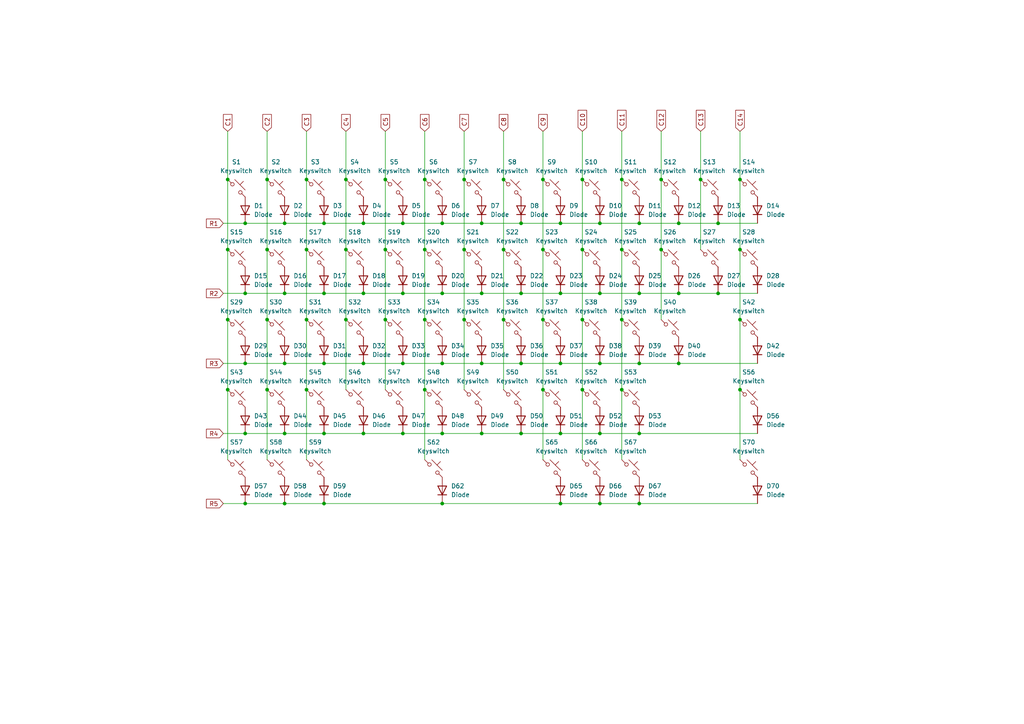
<source format=kicad_sch>
(kicad_sch (version 20250114) (generator "eeschema") (generator_version "9.0")
  (paper "A4")
  (lib_symbols
    (symbol "ScottoKeebs:Placeholder_Diode" (pin_numbers (hide yes)) (pin_names (hide yes))
      (property "Reference" "D" (at 0 2.54 0))
      (property "Value" "Diode" (at 0 -2.54 0))
      (symbol "Placeholder_Diode_1_1"
        (pin passive line (at -3.81 0 0) (length 2.54) (name "K") (number "1"))
        (pin passive line (at 3.81 0 180) (length 2.54) (name "A") (number "2"))
      )
    )
    (symbol "ScottoKeebs:Placeholder_Keyswitch" (pin_numbers (hide yes)) (pin_names (offset 1.016) (hide yes))
      (property "Reference" "S" (at 3.048 1.016 0))
      (property "Value" "Keyswitch" (at 0 -3.81 0))
      (symbol "Placeholder_Keyswitch_0_1"
        (pin passive line (at -2.54 2.54 0) (length 0) (name "1") (number "1"))
        (pin passive line (at 2.54 -2.54 180) (length 0) (name "2") (number "2"))
      )
    )
  )
  (junction (at 128.27 85.09))
  (junction (at 196.85 85.09))
  (junction (at 88.9 72.39))
  (junction (at 185.42 146.05))
  (junction (at 208.28 64.77))
  (junction (at 128.27 125.73))
  (junction (at 157.48 113.03))
  (junction (at 180.34 113.03))
  (junction (at 162.56 105.41))
  (junction (at 128.27 146.05))
  (junction (at 146.05 52.07))
  (junction (at 71.12 85.09))
  (junction (at 185.42 125.73))
  (junction (at 139.7 85.09))
  (junction (at 66.04 92.71))
  (junction (at 82.55 146.05))
  (junction (at 77.47 72.39))
  (junction (at 88.9 113.03))
  (junction (at 146.05 72.39))
  (junction (at 157.48 52.07))
  (junction (at 191.77 72.39))
  (junction (at 162.56 125.73))
  (junction (at 214.63 92.71))
  (junction (at 123.19 52.07))
  (junction (at 66.04 113.03))
  (junction (at 77.47 52.07))
  (junction (at 93.98 146.05))
  (junction (at 134.62 92.71))
  (junction (at 128.27 64.77))
  (junction (at 180.34 52.07))
  (junction (at 139.7 125.73))
  (junction (at 123.19 92.71))
  (junction (at 71.12 146.05))
  (junction (at 88.9 52.07))
  (junction (at 134.62 72.39))
  (junction (at 82.55 64.77))
  (junction (at 203.2 52.07))
  (junction (at 151.13 85.09))
  (junction (at 82.55 105.41))
  (junction (at 82.55 125.73))
  (junction (at 185.42 85.09))
  (junction (at 128.27 105.41))
  (junction (at 214.63 113.03))
  (junction (at 88.9 92.71))
  (junction (at 93.98 64.77))
  (junction (at 93.98 85.09))
  (junction (at 162.56 64.77))
  (junction (at 123.19 72.39))
  (junction (at 157.48 92.71))
  (junction (at 77.47 113.03))
  (junction (at 71.12 125.73))
  (junction (at 214.63 72.39))
  (junction (at 151.13 105.41))
  (junction (at 116.84 125.73))
  (junction (at 173.99 125.73))
  (junction (at 116.84 105.41))
  (junction (at 66.04 52.07))
  (junction (at 173.99 105.41))
  (junction (at 116.84 64.77))
  (junction (at 134.62 52.07))
  (junction (at 66.04 72.39))
  (junction (at 151.13 125.73))
  (junction (at 111.76 72.39))
  (junction (at 146.05 92.71))
  (junction (at 180.34 92.71))
  (junction (at 173.99 146.05))
  (junction (at 208.28 85.09))
  (junction (at 77.47 92.71))
  (junction (at 214.63 52.07))
  (junction (at 168.91 52.07))
  (junction (at 93.98 105.41))
  (junction (at 139.7 64.77))
  (junction (at 191.77 52.07))
  (junction (at 111.76 92.71))
  (junction (at 71.12 105.41))
  (junction (at 168.91 92.71))
  (junction (at 93.98 125.73))
  (junction (at 71.12 64.77))
  (junction (at 168.91 72.39))
  (junction (at 180.34 72.39))
  (junction (at 185.42 105.41))
  (junction (at 162.56 146.05))
  (junction (at 162.56 85.09))
  (junction (at 111.76 52.07))
  (junction (at 105.41 105.41))
  (junction (at 105.41 85.09))
  (junction (at 168.91 113.03))
  (junction (at 123.19 113.03))
  (junction (at 151.13 64.77))
  (junction (at 100.33 52.07))
  (junction (at 105.41 64.77))
  (junction (at 173.99 85.09))
  (junction (at 116.84 85.09))
  (junction (at 185.42 64.77))
  (junction (at 105.41 125.73))
  (junction (at 157.48 72.39))
  (junction (at 196.85 105.41))
  (junction (at 100.33 72.39))
  (junction (at 196.85 64.77))
  (junction (at 173.99 64.77))
  (junction (at 82.55 85.09))
  (junction (at 100.33 92.71))
  (junction (at 139.7 105.41))
  (wire (pts (xy 208.28 64.77) (xy 219.71 64.77)))
  (wire (pts (xy 82.55 85.09) (xy 93.98 85.09)))
  (wire (pts (xy 128.27 125.73) (xy 139.7 125.73)))
  (wire (pts (xy 71.12 105.41) (xy 82.55 105.41)))
  (wire (pts (xy 111.76 92.71) (xy 111.76 113.03)))
  (wire (pts (xy 116.84 64.77) (xy 128.27 64.77)))
  (wire (pts (xy 64.77 85.09) (xy 71.12 85.09)))
  (wire (pts (xy 168.91 38.1) (xy 168.91 52.07)))
  (wire (pts (xy 180.34 92.71) (xy 180.34 113.03)))
  (wire (pts (xy 208.28 85.09) (xy 219.71 85.09)))
  (wire (pts (xy 134.62 38.1) (xy 134.62 52.07)))
  (wire (pts (xy 168.91 52.07) (xy 168.91 72.39)))
  (wire (pts (xy 77.47 113.03) (xy 77.47 133.35)))
  (wire (pts (xy 203.2 52.07) (xy 203.2 72.39)))
  (wire (pts (xy 64.77 146.05) (xy 71.12 146.05)))
  (wire (pts (xy 185.42 64.77) (xy 196.85 64.77)))
  (wire (pts (xy 196.85 85.09) (xy 208.28 85.09)))
  (wire (pts (xy 77.47 72.39) (xy 77.47 92.71)))
  (wire (pts (xy 214.63 52.07) (xy 214.63 72.39)))
  (wire (pts (xy 151.13 105.41) (xy 162.56 105.41)))
  (wire (pts (xy 191.77 72.39) (xy 191.77 92.71)))
  (wire (pts (xy 214.63 92.71) (xy 214.63 113.03)))
  (wire (pts (xy 185.42 125.73) (xy 219.71 125.73)))
  (wire (pts (xy 191.77 38.1) (xy 191.77 52.07)))
  (wire (pts (xy 151.13 64.77) (xy 162.56 64.77)))
  (wire (pts (xy 88.9 113.03) (xy 88.9 133.35)))
  (wire (pts (xy 173.99 64.77) (xy 185.42 64.77)))
  (wire (pts (xy 77.47 38.1) (xy 77.47 52.07)))
  (wire (pts (xy 66.04 38.1) (xy 66.04 52.07)))
  (wire (pts (xy 134.62 92.71) (xy 134.62 113.03)))
  (wire (pts (xy 180.34 113.03) (xy 180.34 133.35)))
  (wire (pts (xy 66.04 92.71) (xy 66.04 113.03)))
  (wire (pts (xy 162.56 105.41) (xy 173.99 105.41)))
  (wire (pts (xy 100.33 72.39) (xy 100.33 92.71)))
  (wire (pts (xy 214.63 38.1) (xy 214.63 52.07)))
  (wire (pts (xy 66.04 72.39) (xy 66.04 92.71)))
  (wire (pts (xy 203.2 38.1) (xy 203.2 52.07)))
  (wire (pts (xy 82.55 125.73) (xy 93.98 125.73)))
  (wire (pts (xy 82.55 64.77) (xy 93.98 64.77)))
  (wire (pts (xy 123.19 52.07) (xy 123.19 72.39)))
  (wire (pts (xy 151.13 125.73) (xy 162.56 125.73)))
  (wire (pts (xy 146.05 38.1) (xy 146.05 52.07)))
  (wire (pts (xy 139.7 64.77) (xy 151.13 64.77)))
  (wire (pts (xy 162.56 85.09) (xy 173.99 85.09)))
  (wire (pts (xy 88.9 38.1) (xy 88.9 52.07)))
  (wire (pts (xy 123.19 72.39) (xy 123.19 92.71)))
  (wire (pts (xy 105.41 64.77) (xy 116.84 64.77)))
  (wire (pts (xy 168.91 92.71) (xy 168.91 113.03)))
  (wire (pts (xy 88.9 92.71) (xy 88.9 113.03)))
  (wire (pts (xy 105.41 125.73) (xy 116.84 125.73)))
  (wire (pts (xy 128.27 85.09) (xy 139.7 85.09)))
  (wire (pts (xy 111.76 72.39) (xy 111.76 92.71)))
  (wire (pts (xy 93.98 105.41) (xy 105.41 105.41)))
  (wire (pts (xy 146.05 72.39) (xy 146.05 92.71)))
  (wire (pts (xy 88.9 52.07) (xy 88.9 72.39)))
  (wire (pts (xy 157.48 113.03) (xy 157.48 133.35)))
  (wire (pts (xy 71.12 125.73) (xy 82.55 125.73)))
  (wire (pts (xy 71.12 64.77) (xy 82.55 64.77)))
  (wire (pts (xy 100.33 38.1) (xy 100.33 52.07)))
  (wire (pts (xy 82.55 146.05) (xy 93.98 146.05)))
  (wire (pts (xy 173.99 125.73) (xy 185.42 125.73)))
  (wire (pts (xy 111.76 38.1) (xy 111.76 52.07)))
  (wire (pts (xy 82.55 105.41) (xy 93.98 105.41)))
  (wire (pts (xy 116.84 125.73) (xy 128.27 125.73)))
  (wire (pts (xy 123.19 38.1) (xy 123.19 52.07)))
  (wire (pts (xy 139.7 85.09) (xy 151.13 85.09)))
  (wire (pts (xy 77.47 52.07) (xy 77.47 72.39)))
  (wire (pts (xy 157.48 38.1) (xy 157.48 52.07)))
  (wire (pts (xy 105.41 105.41) (xy 116.84 105.41)))
  (wire (pts (xy 139.7 105.41) (xy 151.13 105.41)))
  (wire (pts (xy 93.98 64.77) (xy 105.41 64.77)))
  (wire (pts (xy 173.99 105.41) (xy 185.42 105.41)))
  (wire (pts (xy 162.56 125.73) (xy 173.99 125.73)))
  (wire (pts (xy 185.42 105.41) (xy 196.85 105.41)))
  (wire (pts (xy 146.05 52.07) (xy 146.05 72.39)))
  (wire (pts (xy 180.34 52.07) (xy 180.34 72.39)))
  (wire (pts (xy 123.19 113.03) (xy 123.19 133.35)))
  (wire (pts (xy 173.99 85.09) (xy 185.42 85.09)))
  (wire (pts (xy 64.77 125.73) (xy 71.12 125.73)))
  (wire (pts (xy 93.98 125.73) (xy 105.41 125.73)))
  (wire (pts (xy 196.85 64.77) (xy 208.28 64.77)))
  (wire (pts (xy 185.42 146.05) (xy 219.71 146.05)))
  (wire (pts (xy 93.98 146.05) (xy 128.27 146.05)))
  (wire (pts (xy 196.85 105.41) (xy 219.71 105.41)))
  (wire (pts (xy 116.84 105.41) (xy 128.27 105.41)))
  (wire (pts (xy 157.48 92.71) (xy 157.48 113.03)))
  (wire (pts (xy 100.33 92.71) (xy 100.33 113.03)))
  (wire (pts (xy 134.62 52.07) (xy 134.62 72.39)))
  (wire (pts (xy 116.84 85.09) (xy 128.27 85.09)))
  (wire (pts (xy 157.48 52.07) (xy 157.48 72.39)))
  (wire (pts (xy 214.63 72.39) (xy 214.63 92.71)))
  (wire (pts (xy 105.41 85.09) (xy 116.84 85.09)))
  (wire (pts (xy 168.91 72.39) (xy 168.91 92.71)))
  (wire (pts (xy 191.77 52.07) (xy 191.77 72.39)))
  (wire (pts (xy 93.98 85.09) (xy 105.41 85.09)))
  (wire (pts (xy 64.77 105.41) (xy 71.12 105.41)))
  (wire (pts (xy 134.62 72.39) (xy 134.62 92.71)))
  (wire (pts (xy 128.27 105.41) (xy 139.7 105.41)))
  (wire (pts (xy 173.99 146.05) (xy 185.42 146.05)))
  (wire (pts (xy 162.56 146.05) (xy 173.99 146.05)))
  (wire (pts (xy 100.33 52.07) (xy 100.33 72.39)))
  (wire (pts (xy 64.77 64.77) (xy 71.12 64.77)))
  (wire (pts (xy 77.47 92.71) (xy 77.47 113.03)))
  (wire (pts (xy 146.05 92.71) (xy 146.05 113.03)))
  (wire (pts (xy 66.04 113.03) (xy 66.04 133.35)))
  (wire (pts (xy 180.34 38.1) (xy 180.34 52.07)))
  (wire (pts (xy 139.7 125.73) (xy 151.13 125.73)))
  (wire (pts (xy 88.9 72.39) (xy 88.9 92.71)))
  (wire (pts (xy 180.34 72.39) (xy 180.34 92.71)))
  (wire (pts (xy 66.04 52.07) (xy 66.04 72.39)))
  (wire (pts (xy 123.19 92.71) (xy 123.19 113.03)))
  (wire (pts (xy 128.27 146.05) (xy 162.56 146.05)))
  (wire (pts (xy 157.48 72.39) (xy 157.48 92.71)))
  (wire (pts (xy 128.27 64.77) (xy 139.7 64.77)))
  (wire (pts (xy 71.12 85.09) (xy 82.55 85.09)))
  (wire (pts (xy 168.91 113.03) (xy 168.91 133.35)))
  (wire (pts (xy 151.13 85.09) (xy 162.56 85.09)))
  (wire (pts (xy 214.63 113.03) (xy 214.63 133.35)))
  (wire (pts (xy 71.12 146.05) (xy 82.55 146.05)))
  (wire (pts (xy 111.76 52.07) (xy 111.76 72.39)))
  (wire (pts (xy 162.56 64.77) (xy 173.99 64.77)))
  (wire (pts (xy 185.42 85.09) (xy 196.85 85.09)))
  (global_label "R4" (shape input) (at 64.77 125.73 180) (property "Intersheetrefs" "${INTERSHEET_REFS}" (effects (hide yes))))
  (global_label "C1" (shape input) (at 66.04 38.1 90) (property "Intersheetrefs" "${INTERSHEET_REFS}" (effects (hide yes))))
  (global_label "C2" (shape input) (at 77.47 38.1 90) (property "Intersheetrefs" "${INTERSHEET_REFS}" (effects (hide yes))))
  (global_label "R2" (shape input) (at 64.77 85.09 180) (property "Intersheetrefs" "${INTERSHEET_REFS}" (effects (hide yes))))
  (global_label "C8" (shape input) (at 146.05 38.1 90) (property "Intersheetrefs" "${INTERSHEET_REFS}" (effects (hide yes))))
  (global_label "C4" (shape input) (at 100.33 38.1 90) (property "Intersheetrefs" "${INTERSHEET_REFS}" (effects (hide yes))))
  (global_label "R1" (shape input) (at 64.77 64.77 180) (property "Intersheetrefs" "${INTERSHEET_REFS}" (effects (hide yes))))
  (global_label "C13" (shape input) (at 203.2 38.1 90) (property "Intersheetrefs" "${INTERSHEET_REFS}" (effects (hide yes))))
  (global_label "C10" (shape input) (at 168.91 38.1 90) (property "Intersheetrefs" "${INTERSHEET_REFS}" (effects (hide yes))))
  (global_label "C12" (shape input) (at 191.77 38.1 90) (property "Intersheetrefs" "${INTERSHEET_REFS}" (effects (hide yes))))
  (global_label "C11" (shape input) (at 180.34 38.1 90) (property "Intersheetrefs" "${INTERSHEET_REFS}" (effects (hide yes))))
  (global_label "R3" (shape input) (at 64.77 105.41 180) (property "Intersheetrefs" "${INTERSHEET_REFS}" (effects (hide yes))))
  (global_label "C6" (shape input) (at 123.19 38.1 90) (property "Intersheetrefs" "${INTERSHEET_REFS}" (effects (hide yes))))
  (global_label "C5" (shape input) (at 111.76 38.1 90) (property "Intersheetrefs" "${INTERSHEET_REFS}" (effects (hide yes))))
  (global_label "C3" (shape input) (at 88.9 38.1 90) (property "Intersheetrefs" "${INTERSHEET_REFS}" (effects (hide yes))))
  (global_label "C14" (shape input) (at 214.63 38.1 90) (property "Intersheetrefs" "${INTERSHEET_REFS}" (effects (hide yes))))
  (global_label "C7" (shape input) (at 134.62 38.1 90) (property "Intersheetrefs" "${INTERSHEET_REFS}" (effects (hide yes))))
  (global_label "R5" (shape input) (at 64.77 146.05 180) (property "Intersheetrefs" "${INTERSHEET_REFS}" (effects (hide yes))))
  (global_label "C9" (shape input) (at 157.48 38.1 90) (property "Intersheetrefs" "${INTERSHEET_REFS}" (effects (hide yes))))
  (symbol (lib_id "ScottoKeebs:Placeholder_Diode") (at 173.99 121.92 90) (unit 1)
    (property "Reference" "D52" (at 176.53 120.6499 90) (effects (justify right)))
    (property "Value" "Diode" (at 176.53 123.1899 90) (effects (justify right)))
    (property "Footprint" "ScottoKeebs_Components:Diode_SOD-123" (effects (hide yes)))
    (property "Description" "1N4148 (DO-35) or 1N4148W (SOD-123)" (effects (hide yes)))
    (property "Sim.Device" "D" (effects (hide yes)))
    (property "Sim.Pins" "1=K 2=A" (effects (hide yes)))
  )
  (symbol (lib_id "ScottoKeebs:Placeholder_Diode") (at 151.13 81.28 90) (unit 1)
    (property "Reference" "D22" (at 153.67 80.0099 90) (effects (justify right)))
    (property "Value" "Diode" (at 153.67 82.5499 90) (effects (justify right)))
    (property "Footprint" "ScottoKeebs_Components:Diode_SOD-123" (effects (hide yes)))
    (property "Description" "1N4148 (DO-35) or 1N4148W (SOD-123)" (effects (hide yes)))
    (property "Sim.Device" "D" (effects (hide yes)))
    (property "Sim.Pins" "1=K 2=A" (effects (hide yes)))
  )
  (symbol (lib_id "ScottoKeebs:Placeholder_Diode") (at 173.99 81.28 90) (unit 1)
    (property "Reference" "D24" (at 176.53 80.0099 90) (effects (justify right)))
    (property "Value" "Diode" (at 176.53 82.5499 90) (effects (justify right)))
    (property "Footprint" "ScottoKeebs_Components:Diode_SOD-123" (effects (hide yes)))
    (property "Description" "1N4148 (DO-35) or 1N4148W (SOD-123)" (effects (hide yes)))
    (property "Sim.Device" "D" (effects (hide yes)))
    (property "Sim.Pins" "1=K 2=A" (effects (hide yes)))
  )
  (symbol (lib_id "ScottoKeebs:Placeholder_Diode") (at 93.98 142.24 90) (unit 1)
    (property "Reference" "D59" (at 96.52 140.9699 90) (effects (justify right)))
    (property "Value" "Diode" (at 96.52 143.5099 90) (effects (justify right)))
    (property "Footprint" "ScottoKeebs_Components:Diode_SOD-123" (effects (hide yes)))
    (property "Description" "1N4148 (DO-35) or 1N4148W (SOD-123)" (effects (hide yes)))
    (property "Sim.Device" "D" (effects (hide yes)))
    (property "Sim.Pins" "1=K 2=A" (effects (hide yes)))
  )
  (symbol (lib_id "ScottoKeebs:Placeholder_Diode") (at 162.56 121.92 90) (unit 1)
    (property "Reference" "D51" (at 165.1 120.6499 90) (effects (justify right)))
    (property "Value" "Diode" (at 165.1 123.1899 90) (effects (justify right)))
    (property "Footprint" "ScottoKeebs_Components:Diode_SOD-123" (effects (hide yes)))
    (property "Description" "1N4148 (DO-35) or 1N4148W (SOD-123)" (effects (hide yes)))
    (property "Sim.Device" "D" (effects (hide yes)))
    (property "Sim.Pins" "1=K 2=A" (effects (hide yes)))
  )
  (symbol (lib_id "ScottoKeebs:Placeholder_Diode") (at 151.13 60.96 90) (unit 1)
    (property "Reference" "D8" (at 153.67 59.6899 90) (effects (justify right)))
    (property "Value" "Diode" (at 153.67 62.2299 90) (effects (justify right)))
    (property "Footprint" "ScottoKeebs_Components:Diode_SOD-123" (effects (hide yes)))
    (property "Description" "1N4148 (DO-35) or 1N4148W (SOD-123)" (effects (hide yes)))
    (property "Sim.Device" "D" (effects (hide yes)))
    (property "Sim.Pins" "1=K 2=A" (effects (hide yes)))
  )
  (symbol (lib_id "ScottoKeebs:Placeholder_Diode") (at 185.42 121.92 90) (unit 1)
    (property "Reference" "D53" (at 187.96 120.6499 90) (effects (justify right)))
    (property "Value" "Diode" (at 187.96 123.1899 90) (effects (justify right)))
    (property "Footprint" "ScottoKeebs_Components:Diode_SOD-123" (effects (hide yes)))
    (property "Description" "1N4148 (DO-35) or 1N4148W (SOD-123)" (effects (hide yes)))
    (property "Sim.Device" "D" (effects (hide yes)))
    (property "Sim.Pins" "1=K 2=A" (effects (hide yes)))
  )
  (symbol (lib_id "ScottoKeebs:Placeholder_Keyswitch") (at 80.01 135.89 0) (unit 1)
    (property "Reference" "S58" (at 80.01 128.27 0))
    (property "Value" "Keyswitch" (at 80.01 130.81 0))
    (property "Footprint" "ScottoKeebs_MX:MX_PCB_1.25u" (effects (hide yes)))
    (property "Description" "Push button switch, normally open, two pins, 45° tilted" (effects (hide yes)))
  )
  (symbol (lib_id "ScottoKeebs:Placeholder_Keyswitch") (at 171.45 135.89 0) (unit 1)
    (property "Reference" "S66" (at 171.45 128.27 0))
    (property "Value" "Keyswitch" (at 171.45 130.81 0))
    (property "Footprint" "ScottoKeebs_MX:MX_PCB_1.25u" (effects (hide yes)))
    (property "Description" "Push button switch, normally open, two pins, 45° tilted" (effects (hide yes)))
  )
  (symbol (lib_id "ScottoKeebs:Placeholder_Keyswitch") (at 194.31 54.61 0) (unit 1)
    (property "Reference" "S12" (at 194.31 46.99 0))
    (property "Value" "Keyswitch" (at 194.31 49.53 0))
    (property "Footprint" "ScottoKeebs_MX:MX_PCB_1.00u" (effects (hide yes)))
    (property "Description" "Push button switch, normally open, two pins, 45° tilted" (effects (hide yes)))
  )
  (symbol (lib_id "ScottoKeebs:Placeholder_Keyswitch") (at 160.02 54.61 0) (unit 1)
    (property "Reference" "S9" (at 160.02 46.99 0))
    (property "Value" "Keyswitch" (at 160.02 49.53 0))
    (property "Footprint" "ScottoKeebs_MX:MX_PCB_1.00u" (effects (hide yes)))
    (property "Description" "Push button switch, normally open, two pins, 45° tilted" (effects (hide yes)))
  )
  (symbol (lib_id "ScottoKeebs:Placeholder_Keyswitch") (at 205.74 74.93 0) (unit 1)
    (property "Reference" "S27" (at 205.74 67.31 0))
    (property "Value" "Keyswitch" (at 205.74 69.85 0))
    (property "Footprint" "ScottoKeebs_MX:MX_PCB_1.00u" (effects (hide yes)))
    (property "Description" "Push button switch, normally open, two pins, 45° tilted" (effects (hide yes)))
  )
  (symbol (lib_id "ScottoKeebs:Placeholder_Diode") (at 128.27 101.6 90) (unit 1)
    (property "Reference" "D34" (at 130.81 100.3299 90) (effects (justify right)))
    (property "Value" "Diode" (at 130.81 102.8699 90) (effects (justify right)))
    (property "Footprint" "ScottoKeebs_Components:Diode_SOD-123" (effects (hide yes)))
    (property "Description" "1N4148 (DO-35) or 1N4148W (SOD-123)" (effects (hide yes)))
    (property "Sim.Device" "D" (effects (hide yes)))
    (property "Sim.Pins" "1=K 2=A" (effects (hide yes)))
  )
  (symbol (lib_id "ScottoKeebs:Placeholder_Diode") (at 139.7 121.92 90) (unit 1)
    (property "Reference" "D49" (at 142.24 120.6499 90) (effects (justify right)))
    (property "Value" "Diode" (at 142.24 123.1899 90) (effects (justify right)))
    (property "Footprint" "ScottoKeebs_Components:Diode_SOD-123" (effects (hide yes)))
    (property "Description" "1N4148 (DO-35) or 1N4148W (SOD-123)" (effects (hide yes)))
    (property "Sim.Device" "D" (effects (hide yes)))
    (property "Sim.Pins" "1=K 2=A" (effects (hide yes)))
  )
  (symbol (lib_id "ScottoKeebs:Placeholder_Keyswitch") (at 148.59 54.61 0) (unit 1)
    (property "Reference" "S8" (at 148.59 46.99 0))
    (property "Value" "Keyswitch" (at 148.59 49.53 0))
    (property "Footprint" "ScottoKeebs_MX:MX_PCB_1.00u" (effects (hide yes)))
    (property "Description" "Push button switch, normally open, two pins, 45° tilted" (effects (hide yes)))
  )
  (symbol (lib_id "ScottoKeebs:Placeholder_Keyswitch") (at 91.44 135.89 0) (unit 1)
    (property "Reference" "S59" (at 91.44 128.27 0))
    (property "Value" "Keyswitch" (at 91.44 130.81 0))
    (property "Footprint" "ScottoKeebs_MX:MX_PCB_1.25u" (effects (hide yes)))
    (property "Description" "Push button switch, normally open, two pins, 45° tilted" (effects (hide yes)))
  )
  (symbol (lib_id "ScottoKeebs:Placeholder_Diode") (at 196.85 60.96 90) (unit 1)
    (property "Reference" "D12" (at 199.39 59.6899 90) (effects (justify right)))
    (property "Value" "Diode" (at 199.39 62.2299 90) (effects (justify right)))
    (property "Footprint" "ScottoKeebs_Components:Diode_SOD-123" (effects (hide yes)))
    (property "Description" "1N4148 (DO-35) or 1N4148W (SOD-123)" (effects (hide yes)))
    (property "Sim.Device" "D" (effects (hide yes)))
    (property "Sim.Pins" "1=K 2=A" (effects (hide yes)))
  )
  (symbol (lib_id "ScottoKeebs:Placeholder_Keyswitch") (at 171.45 115.57 0) (unit 1)
    (property "Reference" "S52" (at 171.45 107.95 0))
    (property "Value" "Keyswitch" (at 171.45 110.49 0))
    (property "Footprint" "ScottoKeebs_MX:MX_PCB_1.00u" (effects (hide yes)))
    (property "Description" "Push button switch, normally open, two pins, 45° tilted" (effects (hide yes)))
  )
  (symbol (lib_id "ScottoKeebs:Placeholder_Diode") (at 105.41 81.28 90) (unit 1)
    (property "Reference" "D18" (at 107.95 80.0099 90) (effects (justify right)))
    (property "Value" "Diode" (at 107.95 82.5499 90) (effects (justify right)))
    (property "Footprint" "ScottoKeebs_Components:Diode_SOD-123" (effects (hide yes)))
    (property "Description" "1N4148 (DO-35) or 1N4148W (SOD-123)" (effects (hide yes)))
    (property "Sim.Device" "D" (effects (hide yes)))
    (property "Sim.Pins" "1=K 2=A" (effects (hide yes)))
  )
  (symbol (lib_id "ScottoKeebs:Placeholder_Diode") (at 139.7 81.28 90) (unit 1)
    (property "Reference" "D21" (at 142.24 80.0099 90) (effects (justify right)))
    (property "Value" "Diode" (at 142.24 82.5499 90) (effects (justify right)))
    (property "Footprint" "ScottoKeebs_Components:Diode_SOD-123" (effects (hide yes)))
    (property "Description" "1N4148 (DO-35) or 1N4148W (SOD-123)" (effects (hide yes)))
    (property "Sim.Device" "D" (effects (hide yes)))
    (property "Sim.Pins" "1=K 2=A" (effects (hide yes)))
  )
  (symbol (lib_id "ScottoKeebs:Placeholder_Diode") (at 162.56 142.24 90) (unit 1)
    (property "Reference" "D65" (at 165.1 140.9699 90) (effects (justify right)))
    (property "Value" "Diode" (at 165.1 143.5099 90) (effects (justify right)))
    (property "Footprint" "ScottoKeebs_Components:Diode_SOD-123" (effects (hide yes)))
    (property "Description" "1N4148 (DO-35) or 1N4148W (SOD-123)" (effects (hide yes)))
    (property "Sim.Device" "D" (effects (hide yes)))
    (property "Sim.Pins" "1=K 2=A" (effects (hide yes)))
  )
  (symbol (lib_id "ScottoKeebs:Placeholder_Keyswitch") (at 125.73 74.93 0) (unit 1)
    (property "Reference" "S20" (at 125.73 67.31 0))
    (property "Value" "Keyswitch" (at 125.73 69.85 0))
    (property "Footprint" "ScottoKeebs_MX:MX_PCB_1.00u" (effects (hide yes)))
    (property "Description" "Push button switch, normally open, two pins, 45° tilted" (effects (hide yes)))
  )
  (symbol (lib_id "ScottoKeebs:Placeholder_Diode") (at 185.42 81.28 90) (unit 1)
    (property "Reference" "D25" (at 187.96 80.0099 90) (effects (justify right)))
    (property "Value" "Diode" (at 187.96 82.5499 90) (effects (justify right)))
    (property "Footprint" "ScottoKeebs_Components:Diode_SOD-123" (effects (hide yes)))
    (property "Description" "1N4148 (DO-35) or 1N4148W (SOD-123)" (effects (hide yes)))
    (property "Sim.Device" "D" (effects (hide yes)))
    (property "Sim.Pins" "1=K 2=A" (effects (hide yes)))
  )
  (symbol (lib_id "ScottoKeebs:Placeholder_Keyswitch") (at 114.3 74.93 0) (unit 1)
    (property "Reference" "S19" (at 114.3 67.31 0))
    (property "Value" "Keyswitch" (at 114.3 69.85 0))
    (property "Footprint" "ScottoKeebs_MX:MX_PCB_1.00u" (effects (hide yes)))
    (property "Description" "Push button switch, normally open, two pins, 45° tilted" (effects (hide yes)))
  )
  (symbol (lib_id "ScottoKeebs:Placeholder_Keyswitch") (at 160.02 95.25 0) (unit 1)
    (property "Reference" "S37" (at 160.02 87.63 0))
    (property "Value" "Keyswitch" (at 160.02 90.17 0))
    (property "Footprint" "ScottoKeebs_MX:MX_PCB_1.00u" (effects (hide yes)))
    (property "Description" "Push button switch, normally open, two pins, 45° tilted" (effects (hide yes)))
  )
  (symbol (lib_id "ScottoKeebs:Placeholder_Diode") (at 93.98 81.28 90) (unit 1)
    (property "Reference" "D17" (at 96.52 80.0099 90) (effects (justify right)))
    (property "Value" "Diode" (at 96.52 82.5499 90) (effects (justify right)))
    (property "Footprint" "ScottoKeebs_Components:Diode_SOD-123" (effects (hide yes)))
    (property "Description" "1N4148 (DO-35) or 1N4148W (SOD-123)" (effects (hide yes)))
    (property "Sim.Device" "D" (effects (hide yes)))
    (property "Sim.Pins" "1=K 2=A" (effects (hide yes)))
  )
  (symbol (lib_id "ScottoKeebs:Placeholder_Keyswitch") (at 125.73 54.61 0) (unit 1)
    (property "Reference" "S6" (at 125.73 46.99 0))
    (property "Value" "Keyswitch" (at 125.73 49.53 0))
    (property "Footprint" "ScottoKeebs_MX:MX_PCB_1.00u" (effects (hide yes)))
    (property "Description" "Push button switch, normally open, two pins, 45° tilted" (effects (hide yes)))
  )
  (symbol (lib_id "ScottoKeebs:Placeholder_Keyswitch") (at 80.01 54.61 0) (unit 1)
    (property "Reference" "S2" (at 80.01 46.99 0))
    (property "Value" "Keyswitch" (at 80.01 49.53 0))
    (property "Footprint" "ScottoKeebs_MX:MX_PCB_1.00u" (effects (hide yes)))
    (property "Description" "Push button switch, normally open, two pins, 45° tilted" (effects (hide yes)))
  )
  (symbol (lib_id "ScottoKeebs:Placeholder_Diode") (at 71.12 101.6 90) (unit 1)
    (property "Reference" "D29" (at 73.66 100.3299 90) (effects (justify right)))
    (property "Value" "Diode" (at 73.66 102.8699 90) (effects (justify right)))
    (property "Footprint" "ScottoKeebs_Components:Diode_SOD-123" (effects (hide yes)))
    (property "Description" "1N4148 (DO-35) or 1N4148W (SOD-123)" (effects (hide yes)))
    (property "Sim.Device" "D" (effects (hide yes)))
    (property "Sim.Pins" "1=K 2=A" (effects (hide yes)))
  )
  (symbol (lib_id "ScottoKeebs:Placeholder_Diode") (at 116.84 81.28 90) (unit 1)
    (property "Reference" "D19" (at 119.38 80.0099 90) (effects (justify right)))
    (property "Value" "Diode" (at 119.38 82.5499 90) (effects (justify right)))
    (property "Footprint" "ScottoKeebs_Components:Diode_SOD-123" (effects (hide yes)))
    (property "Description" "1N4148 (DO-35) or 1N4148W (SOD-123)" (effects (hide yes)))
    (property "Sim.Device" "D" (effects (hide yes)))
    (property "Sim.Pins" "1=K 2=A" (effects (hide yes)))
  )
  (symbol (lib_id "ScottoKeebs:Placeholder_Keyswitch") (at 148.59 95.25 0) (unit 1)
    (property "Reference" "S36" (at 148.59 87.63 0))
    (property "Value" "Keyswitch" (at 148.59 90.17 0))
    (property "Footprint" "ScottoKeebs_MX:MX_PCB_1.00u" (effects (hide yes)))
    (property "Description" "Push button switch, normally open, two pins, 45° tilted" (effects (hide yes)))
  )
  (symbol (lib_id "ScottoKeebs:Placeholder_Keyswitch") (at 182.88 74.93 0) (unit 1)
    (property "Reference" "S25" (at 182.88 67.31 0))
    (property "Value" "Keyswitch" (at 182.88 69.85 0))
    (property "Footprint" "ScottoKeebs_MX:MX_PCB_1.00u" (effects (hide yes)))
    (property "Description" "Push button switch, normally open, two pins, 45° tilted" (effects (hide yes)))
  )
  (symbol (lib_id "ScottoKeebs:Placeholder_Keyswitch") (at 160.02 74.93 0) (unit 1)
    (property "Reference" "S23" (at 160.02 67.31 0))
    (property "Value" "Keyswitch" (at 160.02 69.85 0))
    (property "Footprint" "ScottoKeebs_MX:MX_PCB_1.00u" (effects (hide yes)))
    (property "Description" "Push button switch, normally open, two pins, 45° tilted" (effects (hide yes)))
  )
  (symbol (lib_id "ScottoKeebs:Placeholder_Diode") (at 71.12 142.24 90) (unit 1)
    (property "Reference" "D57" (at 73.66 140.9699 90) (effects (justify right)))
    (property "Value" "Diode" (at 73.66 143.5099 90) (effects (justify right)))
    (property "Footprint" "ScottoKeebs_Components:Diode_SOD-123" (effects (hide yes)))
    (property "Description" "1N4148 (DO-35) or 1N4148W (SOD-123)" (effects (hide yes)))
    (property "Sim.Device" "D" (effects (hide yes)))
    (property "Sim.Pins" "1=K 2=A" (effects (hide yes)))
  )
  (symbol (lib_id "ScottoKeebs:Placeholder_Keyswitch") (at 68.58 115.57 0) (unit 1)
    (property "Reference" "S43" (at 68.58 107.95 0))
    (property "Value" "Keyswitch" (at 68.58 110.49 0))
    (property "Footprint" "ScottoKeebs_MX:MX_PCB_2.25u" (effects (hide yes)))
    (property "Description" "Push button switch, normally open, two pins, 45° tilted" (effects (hide yes)))
  )
  (symbol (lib_id "ScottoKeebs:Placeholder_Diode") (at 173.99 142.24 90) (unit 1)
    (property "Reference" "D66" (at 176.53 140.9699 90) (effects (justify right)))
    (property "Value" "Diode" (at 176.53 143.5099 90) (effects (justify right)))
    (property "Footprint" "ScottoKeebs_Components:Diode_SOD-123" (effects (hide yes)))
    (property "Description" "1N4148 (DO-35) or 1N4148W (SOD-123)" (effects (hide yes)))
    (property "Sim.Device" "D" (effects (hide yes)))
    (property "Sim.Pins" "1=K 2=A" (effects (hide yes)))
  )
  (symbol (lib_id "ScottoKeebs:Placeholder_Diode") (at 173.99 101.6 90) (unit 1)
    (property "Reference" "D38" (at 176.53 100.3299 90) (effects (justify right)))
    (property "Value" "Diode" (at 176.53 102.8699 90) (effects (justify right)))
    (property "Footprint" "ScottoKeebs_Components:Diode_SOD-123" (effects (hide yes)))
    (property "Description" "1N4148 (DO-35) or 1N4148W (SOD-123)" (effects (hide yes)))
    (property "Sim.Device" "D" (effects (hide yes)))
    (property "Sim.Pins" "1=K 2=A" (effects (hide yes)))
  )
  (symbol (lib_id "ScottoKeebs:Placeholder_Keyswitch") (at 182.88 95.25 0) (unit 1)
    (property "Reference" "S39" (at 182.88 87.63 0))
    (property "Value" "Keyswitch" (at 182.88 90.17 0))
    (property "Footprint" "ScottoKeebs_MX:MX_PCB_1.00u" (effects (hide yes)))
    (property "Description" "Push button switch, normally open, two pins, 45° tilted" (effects (hide yes)))
  )
  (symbol (lib_id "ScottoKeebs:Placeholder_Diode") (at 128.27 81.28 90) (unit 1)
    (property "Reference" "D20" (at 130.81 80.0099 90) (effects (justify right)))
    (property "Value" "Diode" (at 130.81 82.5499 90) (effects (justify right)))
    (property "Footprint" "ScottoKeebs_Components:Diode_SOD-123" (effects (hide yes)))
    (property "Description" "1N4148 (DO-35) or 1N4148W (SOD-123)" (effects (hide yes)))
    (property "Sim.Device" "D" (effects (hide yes)))
    (property "Sim.Pins" "1=K 2=A" (effects (hide yes)))
  )
  (symbol (lib_id "ScottoKeebs:Placeholder_Diode") (at 219.71 101.6 90) (unit 1)
    (property "Reference" "D42" (at 222.25 100.3299 90) (effects (justify right)))
    (property "Value" "Diode" (at 222.25 102.8699 90) (effects (justify right)))
    (property "Footprint" "ScottoKeebs_Components:Diode_SOD-123" (effects (hide yes)))
    (property "Description" "1N4148 (DO-35) or 1N4148W (SOD-123)" (effects (hide yes)))
    (property "Sim.Device" "D" (effects (hide yes)))
    (property "Sim.Pins" "1=K 2=A" (effects (hide yes)))
  )
  (symbol (lib_id "ScottoKeebs:Placeholder_Diode") (at 196.85 101.6 90) (unit 1)
    (property "Reference" "D40" (at 199.39 100.3299 90) (effects (justify right)))
    (property "Value" "Diode" (at 199.39 102.8699 90) (effects (justify right)))
    (property "Footprint" "ScottoKeebs_Components:Diode_SOD-123" (effects (hide yes)))
    (property "Description" "1N4148 (DO-35) or 1N4148W (SOD-123)" (effects (hide yes)))
    (property "Sim.Device" "D" (effects (hide yes)))
    (property "Sim.Pins" "1=K 2=A" (effects (hide yes)))
  )
  (symbol (lib_id "ScottoKeebs:Placeholder_Keyswitch") (at 137.16 74.93 0) (unit 1)
    (property "Reference" "S21" (at 137.16 67.31 0))
    (property "Value" "Keyswitch" (at 137.16 69.85 0))
    (property "Footprint" "ScottoKeebs_MX:MX_PCB_1.00u" (effects (hide yes)))
    (property "Description" "Push button switch, normally open, two pins, 45° tilted" (effects (hide yes)))
  )
  (symbol (lib_id "ScottoKeebs:Placeholder_Keyswitch") (at 205.74 54.61 0) (unit 1)
    (property "Reference" "S13" (at 205.74 46.99 0))
    (property "Value" "Keyswitch" (at 205.74 49.53 0))
    (property "Footprint" "ScottoKeebs_MX:MX_PCB_1.00u" (effects (hide yes)))
    (property "Description" "Push button switch, normally open, two pins, 45° tilted" (effects (hide yes)))
  )
  (symbol (lib_id "ScottoKeebs:Placeholder_Keyswitch") (at 80.01 115.57 0) (unit 1)
    (property "Reference" "S44" (at 80.01 107.95 0))
    (property "Value" "Keyswitch" (at 80.01 110.49 0))
    (property "Footprint" "ScottoKeebs_MX:MX_PCB_1.00u" (effects (hide yes)))
    (property "Description" "Push button switch, normally open, two pins, 45° tilted" (effects (hide yes)))
  )
  (symbol (lib_id "ScottoKeebs:Placeholder_Diode") (at 128.27 121.92 90) (unit 1)
    (property "Reference" "D48" (at 130.81 120.6499 90) (effects (justify right)))
    (property "Value" "Diode" (at 130.81 123.1899 90) (effects (justify right)))
    (property "Footprint" "ScottoKeebs_Components:Diode_SOD-123" (effects (hide yes)))
    (property "Description" "1N4148 (DO-35) or 1N4148W (SOD-123)" (effects (hide yes)))
    (property "Sim.Device" "D" (effects (hide yes)))
    (property "Sim.Pins" "1=K 2=A" (effects (hide yes)))
  )
  (symbol (lib_id "ScottoKeebs:Placeholder_Keyswitch") (at 102.87 54.61 0) (unit 1)
    (property "Reference" "S4" (at 102.87 46.99 0))
    (property "Value" "Keyswitch" (at 102.87 49.53 0))
    (property "Footprint" "ScottoKeebs_MX:MX_PCB_1.00u" (effects (hide yes)))
    (property "Description" "Push button switch, normally open, two pins, 45° tilted" (effects (hide yes)))
  )
  (symbol (lib_id "ScottoKeebs:Placeholder_Diode") (at 219.71 121.92 90) (unit 1)
    (property "Reference" "D56" (at 222.25 120.6499 90) (effects (justify right)))
    (property "Value" "Diode" (at 222.25 123.1899 90) (effects (justify right)))
    (property "Footprint" "ScottoKeebs_Components:Diode_SOD-123" (effects (hide yes)))
    (property "Description" "1N4148 (DO-35) or 1N4148W (SOD-123)" (effects (hide yes)))
    (property "Sim.Device" "D" (effects (hide yes)))
    (property "Sim.Pins" "1=K 2=A" (effects (hide yes)))
  )
  (symbol (lib_id "ScottoKeebs:Placeholder_Keyswitch") (at 171.45 74.93 0) (unit 1)
    (property "Reference" "S24" (at 171.45 67.31 0))
    (property "Value" "Keyswitch" (at 171.45 69.85 0))
    (property "Footprint" "ScottoKeebs_MX:MX_PCB_1.00u" (effects (hide yes)))
    (property "Description" "Push button switch, normally open, two pins, 45° tilted" (effects (hide yes)))
  )
  (symbol (lib_id "ScottoKeebs:Placeholder_Diode") (at 162.56 101.6 90) (unit 1)
    (property "Reference" "D37" (at 165.1 100.3299 90) (effects (justify right)))
    (property "Value" "Diode" (at 165.1 102.8699 90) (effects (justify right)))
    (property "Footprint" "ScottoKeebs_Components:Diode_SOD-123" (effects (hide yes)))
    (property "Description" "1N4148 (DO-35) or 1N4148W (SOD-123)" (effects (hide yes)))
    (property "Sim.Device" "D" (effects (hide yes)))
    (property "Sim.Pins" "1=K 2=A" (effects (hide yes)))
  )
  (symbol (lib_id "ScottoKeebs:Placeholder_Keyswitch") (at 217.17 95.25 0) (unit 1)
    (property "Reference" "S42" (at 217.17 87.63 0))
    (property "Value" "Keyswitch" (at 217.17 90.17 0))
    (property "Footprint" "ScottoKeebs_MX:MX_PCB_2.25u" (effects (hide yes)))
    (property "Description" "Push button switch, normally open, two pins, 45° tilted" (effects (hide yes)))
  )
  (symbol (lib_id "ScottoKeebs:Placeholder_Diode") (at 93.98 121.92 90) (unit 1)
    (property "Reference" "D45" (at 96.52 120.6499 90) (effects (justify right)))
    (property "Value" "Diode" (at 96.52 123.1899 90) (effects (justify right)))
    (property "Footprint" "ScottoKeebs_Components:Diode_SOD-123" (effects (hide yes)))
    (property "Description" "1N4148 (DO-35) or 1N4148W (SOD-123)" (effects (hide yes)))
    (property "Sim.Device" "D" (effects (hide yes)))
    (property "Sim.Pins" "1=K 2=A" (effects (hide yes)))
  )
  (symbol (lib_id "ScottoKeebs:Placeholder_Keyswitch") (at 125.73 95.25 0) (unit 1)
    (property "Reference" "S34" (at 125.73 87.63 0))
    (property "Value" "Keyswitch" (at 125.73 90.17 0))
    (property "Footprint" "ScottoKeebs_MX:MX_PCB_1.00u" (effects (hide yes)))
    (property "Description" "Push button switch, normally open, two pins, 45° tilted" (effects (hide yes)))
  )
  (symbol (lib_id "ScottoKeebs:Placeholder_Keyswitch") (at 125.73 115.57 0) (unit 1)
    (property "Reference" "S48" (at 125.73 107.95 0))
    (property "Value" "Keyswitch" (at 125.73 110.49 0))
    (property "Footprint" "ScottoKeebs_MX:MX_PCB_1.00u" (effects (hide yes)))
    (property "Description" "Push button switch, normally open, two pins, 45° tilted" (effects (hide yes)))
  )
  (symbol (lib_id "ScottoKeebs:Placeholder_Diode") (at 139.7 60.96 90) (unit 1)
    (property "Reference" "D7" (at 142.24 59.6899 90) (effects (justify right)))
    (property "Value" "Diode" (at 142.24 62.2299 90) (effects (justify right)))
    (property "Footprint" "ScottoKeebs_Components:Diode_SOD-123" (effects (hide yes)))
    (property "Description" "1N4148 (DO-35) or 1N4148W (SOD-123)" (effects (hide yes)))
    (property "Sim.Device" "D" (effects (hide yes)))
    (property "Sim.Pins" "1=K 2=A" (effects (hide yes)))
  )
  (symbol (lib_id "ScottoKeebs:Placeholder_Diode") (at 116.84 60.96 90) (unit 1)
    (property "Reference" "D5" (at 119.38 59.6899 90) (effects (justify right)))
    (property "Value" "Diode" (at 119.38 62.2299 90) (effects (justify right)))
    (property "Footprint" "ScottoKeebs_Components:Diode_SOD-123" (effects (hide yes)))
    (property "Description" "1N4148 (DO-35) or 1N4148W (SOD-123)" (effects (hide yes)))
    (property "Sim.Device" "D" (effects (hide yes)))
    (property "Sim.Pins" "1=K 2=A" (effects (hide yes)))
  )
  (symbol (lib_id "ScottoKeebs:Placeholder_Keyswitch") (at 68.58 74.93 0) (unit 1)
    (property "Reference" "S15" (at 68.58 67.31 0))
    (property "Value" "Keyswitch" (at 68.58 69.85 0))
    (property "Footprint" "ScottoKeebs_MX:MX_PCB_1.50u" (effects (hide yes)))
    (property "Description" "Push button switch, normally open, two pins, 45° tilted" (effects (hide yes)))
  )
  (symbol (lib_id "ScottoKeebs:Placeholder_Diode") (at 208.28 60.96 90) (unit 1)
    (property "Reference" "D13" (at 210.82 59.6899 90) (effects (justify right)))
    (property "Value" "Diode" (at 210.82 62.2299 90) (effects (justify right)))
    (property "Footprint" "ScottoKeebs_Components:Diode_SOD-123" (effects (hide yes)))
    (property "Description" "1N4148 (DO-35) or 1N4148W (SOD-123)" (effects (hide yes)))
    (property "Sim.Device" "D" (effects (hide yes)))
    (property "Sim.Pins" "1=K 2=A" (effects (hide yes)))
  )
  (symbol (lib_id "ScottoKeebs:Placeholder_Keyswitch") (at 148.59 74.93 0) (unit 1)
    (property "Reference" "S22" (at 148.59 67.31 0))
    (property "Value" "Keyswitch" (at 148.59 69.85 0))
    (property "Footprint" "ScottoKeebs_MX:MX_PCB_1.00u" (effects (hide yes)))
    (property "Description" "Push button switch, normally open, two pins, 45° tilted" (effects (hide yes)))
  )
  (symbol (lib_id "ScottoKeebs:Placeholder_Keyswitch") (at 80.01 74.93 0) (unit 1)
    (property "Reference" "S16" (at 80.01 67.31 0))
    (property "Value" "Keyswitch" (at 80.01 69.85 0))
    (property "Footprint" "ScottoKeebs_MX:MX_PCB_1.00u" (effects (hide yes)))
    (property "Description" "Push button switch, normally open, two pins, 45° tilted" (effects (hide yes)))
  )
  (symbol (lib_id "ScottoKeebs:Placeholder_Diode") (at 162.56 81.28 90) (unit 1)
    (property "Reference" "D23" (at 165.1 80.0099 90) (effects (justify right)))
    (property "Value" "Diode" (at 165.1 82.5499 90) (effects (justify right)))
    (property "Footprint" "ScottoKeebs_Components:Diode_SOD-123" (effects (hide yes)))
    (property "Description" "1N4148 (DO-35) or 1N4148W (SOD-123)" (effects (hide yes)))
    (property "Sim.Device" "D" (effects (hide yes)))
    (property "Sim.Pins" "1=K 2=A" (effects (hide yes)))
  )
  (symbol (lib_id "ScottoKeebs:Placeholder_Diode") (at 71.12 60.96 90) (unit 1)
    (property "Reference" "D1" (at 73.66 59.6899 90) (effects (justify right)))
    (property "Value" "Diode" (at 73.66 62.2299 90) (effects (justify right)))
    (property "Footprint" "ScottoKeebs_Components:Diode_SOD-123" (effects (hide yes)))
    (property "Description" "1N4148 (DO-35) or 1N4148W (SOD-123)" (effects (hide yes)))
    (property "Sim.Device" "D" (effects (hide yes)))
    (property "Sim.Pins" "1=K 2=A" (effects (hide yes)))
  )
  (symbol (lib_id "ScottoKeebs:Placeholder_Keyswitch") (at 182.88 54.61 0) (unit 1)
    (property "Reference" "S11" (at 182.88 46.99 0))
    (property "Value" "Keyswitch" (at 182.88 49.53 0))
    (property "Footprint" "ScottoKeebs_MX:MX_PCB_1.00u" (effects (hide yes)))
    (property "Description" "Push button switch, normally open, two pins, 45° tilted" (effects (hide yes)))
  )
  (symbol (lib_id "ScottoKeebs:Placeholder_Keyswitch") (at 80.01 95.25 0) (unit 1)
    (property "Reference" "S30" (at 80.01 87.63 0))
    (property "Value" "Keyswitch" (at 80.01 90.17 0))
    (property "Footprint" "ScottoKeebs_MX:MX_PCB_1.00u" (effects (hide yes)))
    (property "Description" "Push button switch, normally open, two pins, 45° tilted" (effects (hide yes)))
  )
  (symbol (lib_id "ScottoKeebs:Placeholder_Diode") (at 219.71 142.24 90) (unit 1)
    (property "Reference" "D70" (at 222.25 140.9699 90) (effects (justify right)))
    (property "Value" "Diode" (at 222.25 143.5099 90) (effects (justify right)))
    (property "Footprint" "ScottoKeebs_Components:Diode_SOD-123" (effects (hide yes)))
    (property "Description" "1N4148 (DO-35) or 1N4148W (SOD-123)" (effects (hide yes)))
    (property "Sim.Device" "D" (effects (hide yes)))
    (property "Sim.Pins" "1=K 2=A" (effects (hide yes)))
  )
  (symbol (lib_id "ScottoKeebs:Placeholder_Keyswitch") (at 102.87 95.25 0) (unit 1)
    (property "Reference" "S32" (at 102.87 87.63 0))
    (property "Value" "Keyswitch" (at 102.87 90.17 0))
    (property "Footprint" "ScottoKeebs_MX:MX_PCB_1.00u" (effects (hide yes)))
    (property "Description" "Push button switch, normally open, two pins, 45° tilted" (effects (hide yes)))
  )
  (symbol (lib_id "ScottoKeebs:Placeholder_Keyswitch") (at 217.17 135.89 0) (unit 1)
    (property "Reference" "S70" (at 217.17 128.27 0))
    (property "Value" "Keyswitch" (at 217.17 130.81 0))
    (property "Footprint" "ScottoKeebs_MX:MX_PCB_1.25u" (effects (hide yes)))
    (property "Description" "Push button switch, normally open, two pins, 45° tilted" (effects (hide yes)))
  )
  (symbol (lib_id "ScottoKeebs:Placeholder_Keyswitch") (at 217.17 74.93 0) (unit 1)
    (property "Reference" "S28" (at 217.17 67.31 0))
    (property "Value" "Keyswitch" (at 217.17 69.85 0))
    (property "Footprint" "ScottoKeebs_MX:MX_PCB_1.50u" (effects (hide yes)))
    (property "Description" "Push button switch, normally open, two pins, 45° tilted" (effects (hide yes)))
  )
  (symbol (lib_id "ScottoKeebs:Placeholder_Keyswitch") (at 68.58 95.25 0) (unit 1)
    (property "Reference" "S29" (at 68.58 87.63 0))
    (property "Value" "Keyswitch" (at 68.58 90.17 0))
    (property "Footprint" "ScottoKeebs_MX:MX_PCB_1.75u" (effects (hide yes)))
    (property "Description" "Push button switch, normally open, two pins, 45° tilted" (effects (hide yes)))
  )
  (symbol (lib_id "ScottoKeebs:Placeholder_Keyswitch") (at 102.87 115.57 0) (unit 1)
    (property "Reference" "S46" (at 102.87 107.95 0))
    (property "Value" "Keyswitch" (at 102.87 110.49 0))
    (property "Footprint" "ScottoKeebs_MX:MX_PCB_1.00u" (effects (hide yes)))
    (property "Description" "Push button switch, normally open, two pins, 45° tilted" (effects (hide yes)))
  )
  (symbol (lib_id "ScottoKeebs:Placeholder_Diode") (at 93.98 101.6 90) (unit 1)
    (property "Reference" "D31" (at 96.52 100.3299 90) (effects (justify right)))
    (property "Value" "Diode" (at 96.52 102.8699 90) (effects (justify right)))
    (property "Footprint" "ScottoKeebs_Components:Diode_SOD-123" (effects (hide yes)))
    (property "Description" "1N4148 (DO-35) or 1N4148W (SOD-123)" (effects (hide yes)))
    (property "Sim.Device" "D" (effects (hide yes)))
    (property "Sim.Pins" "1=K 2=A" (effects (hide yes)))
  )
  (symbol (lib_id "ScottoKeebs:Placeholder_Diode") (at 82.55 101.6 90) (unit 1)
    (property "Reference" "D30" (at 85.09 100.3299 90) (effects (justify right)))
    (property "Value" "Diode" (at 85.09 102.8699 90) (effects (justify right)))
    (property "Footprint" "ScottoKeebs_Components:Diode_SOD-123" (effects (hide yes)))
    (property "Description" "1N4148 (DO-35) or 1N4148W (SOD-123)" (effects (hide yes)))
    (property "Sim.Device" "D" (effects (hide yes)))
    (property "Sim.Pins" "1=K 2=A" (effects (hide yes)))
  )
  (symbol (lib_id "ScottoKeebs:Placeholder_Diode") (at 82.55 60.96 90) (unit 1)
    (property "Reference" "D2" (at 85.09 59.6899 90) (effects (justify right)))
    (property "Value" "Diode" (at 85.09 62.2299 90) (effects (justify right)))
    (property "Footprint" "ScottoKeebs_Components:Diode_SOD-123" (effects (hide yes)))
    (property "Description" "1N4148 (DO-35) or 1N4148W (SOD-123)" (effects (hide yes)))
    (property "Sim.Device" "D" (effects (hide yes)))
    (property "Sim.Pins" "1=K 2=A" (effects (hide yes)))
  )
  (symbol (lib_id "ScottoKeebs:Placeholder_Diode") (at 151.13 101.6 90) (unit 1)
    (property "Reference" "D36" (at 153.67 100.3299 90) (effects (justify right)))
    (property "Value" "Diode" (at 153.67 102.8699 90) (effects (justify right)))
    (property "Footprint" "ScottoKeebs_Components:Diode_SOD-123" (effects (hide yes)))
    (property "Description" "1N4148 (DO-35) or 1N4148W (SOD-123)" (effects (hide yes)))
    (property "Sim.Device" "D" (effects (hide yes)))
    (property "Sim.Pins" "1=K 2=A" (effects (hide yes)))
  )
  (symbol (lib_id "ScottoKeebs:Placeholder_Diode") (at 185.42 142.24 90) (unit 1)
    (property "Reference" "D67" (at 187.96 140.9699 90) (effects (justify right)))
    (property "Value" "Diode" (at 187.96 143.5099 90) (effects (justify right)))
    (property "Footprint" "ScottoKeebs_Components:Diode_SOD-123" (effects (hide yes)))
    (property "Description" "1N4148 (DO-35) or 1N4148W (SOD-123)" (effects (hide yes)))
    (property "Sim.Device" "D" (effects (hide yes)))
    (property "Sim.Pins" "1=K 2=A" (effects (hide yes)))
  )
  (symbol (lib_id "ScottoKeebs:Placeholder_Diode") (at 71.12 121.92 90) (unit 1)
    (property "Reference" "D43" (at 73.66 120.6499 90) (effects (justify right)))
    (property "Value" "Diode" (at 73.66 123.1899 90) (effects (justify right)))
    (property "Footprint" "ScottoKeebs_Components:Diode_SOD-123" (effects (hide yes)))
    (property "Description" "1N4148 (DO-35) or 1N4148W (SOD-123)" (effects (hide yes)))
    (property "Sim.Device" "D" (effects (hide yes)))
    (property "Sim.Pins" "1=K 2=A" (effects (hide yes)))
  )
  (symbol (lib_id "ScottoKeebs:Placeholder_Diode") (at 219.71 60.96 90) (unit 1)
    (property "Reference" "D14" (at 222.25 59.6899 90) (effects (justify right)))
    (property "Value" "Diode" (at 222.25 62.2299 90) (effects (justify right)))
    (property "Footprint" "ScottoKeebs_Components:Diode_SOD-123" (effects (hide yes)))
    (property "Description" "1N4148 (DO-35) or 1N4148W (SOD-123)" (effects (hide yes)))
    (property "Sim.Device" "D" (effects (hide yes)))
    (property "Sim.Pins" "1=K 2=A" (effects (hide yes)))
  )
  (symbol (lib_id "ScottoKeebs:Placeholder_Keyswitch") (at 217.17 54.61 0) (unit 1)
    (property "Reference" "S14" (at 217.17 46.99 0))
    (property "Value" "Keyswitch" (at 217.17 49.53 0))
    (property "Footprint" "ScottoKeebs_MX:MX_PCB_2.00u" (effects (hide yes)))
    (property "Description" "Push button switch, normally open, two pins, 45° tilted" (effects (hide yes)))
  )
  (symbol (lib_id "ScottoKeebs:Placeholder_Keyswitch") (at 137.16 95.25 0) (unit 1)
    (property "Reference" "S35" (at 137.16 87.63 0))
    (property "Value" "Keyswitch" (at 137.16 90.17 0))
    (property "Footprint" "ScottoKeebs_MX:MX_PCB_1.00u" (effects (hide yes)))
    (property "Description" "Push button switch, normally open, two pins, 45° tilted" (effects (hide yes)))
  )
  (symbol (lib_id "ScottoKeebs:Placeholder_Diode") (at 82.55 142.24 90) (unit 1)
    (property "Reference" "D58" (at 85.09 140.9699 90) (effects (justify right)))
    (property "Value" "Diode" (at 85.09 143.5099 90) (effects (justify right)))
    (property "Footprint" "ScottoKeebs_Components:Diode_SOD-123" (effects (hide yes)))
    (property "Description" "1N4148 (DO-35) or 1N4148W (SOD-123)" (effects (hide yes)))
    (property "Sim.Device" "D" (effects (hide yes)))
    (property "Sim.Pins" "1=K 2=A" (effects (hide yes)))
  )
  (symbol (lib_id "ScottoKeebs:Placeholder_Keyswitch") (at 91.44 54.61 0) (unit 1)
    (property "Reference" "S3" (at 91.44 46.99 0))
    (property "Value" "Keyswitch" (at 91.44 49.53 0))
    (property "Footprint" "ScottoKeebs_MX:MX_PCB_1.00u" (effects (hide yes)))
    (property "Description" "Push button switch, normally open, two pins, 45° tilted" (effects (hide yes)))
  )
  (symbol (lib_id "ScottoKeebs:Placeholder_Diode") (at 128.27 142.24 90) (unit 1)
    (property "Reference" "D62" (at 130.81 140.9699 90) (effects (justify right)))
    (property "Value" "Diode" (at 130.81 143.5099 90) (effects (justify right)))
    (property "Footprint" "ScottoKeebs_Components:Diode_SOD-123" (effects (hide yes)))
    (property "Description" "1N4148 (DO-35) or 1N4148W (SOD-123)" (effects (hide yes)))
    (property "Sim.Device" "D" (effects (hide yes)))
    (property "Sim.Pins" "1=K 2=A" (effects (hide yes)))
  )
  (symbol (lib_id "ScottoKeebs:Placeholder_Diode") (at 173.99 60.96 90) (unit 1)
    (property "Reference" "D10" (at 176.53 59.6899 90) (effects (justify right)))
    (property "Value" "Diode" (at 176.53 62.2299 90) (effects (justify right)))
    (property "Footprint" "ScottoKeebs_Components:Diode_SOD-123" (effects (hide yes)))
    (property "Description" "1N4148 (DO-35) or 1N4148W (SOD-123)" (effects (hide yes)))
    (property "Sim.Device" "D" (effects (hide yes)))
    (property "Sim.Pins" "1=K 2=A" (effects (hide yes)))
  )
  (symbol (lib_id "ScottoKeebs:Placeholder_Keyswitch") (at 114.3 95.25 0) (unit 1)
    (property "Reference" "S33" (at 114.3 87.63 0))
    (property "Value" "Keyswitch" (at 114.3 90.17 0))
    (property "Footprint" "ScottoKeebs_MX:MX_PCB_1.00u" (effects (hide yes)))
    (property "Description" "Push button switch, normally open, two pins, 45° tilted" (effects (hide yes)))
  )
  (symbol (lib_id "ScottoKeebs:Placeholder_Keyswitch") (at 91.44 115.57 0) (unit 1)
    (property "Reference" "S45" (at 91.44 107.95 0))
    (property "Value" "Keyswitch" (at 91.44 110.49 0))
    (property "Footprint" "ScottoKeebs_MX:MX_PCB_1.00u" (effects (hide yes)))
    (property "Description" "Push button switch, normally open, two pins, 45° tilted" (effects (hide yes)))
  )
  (symbol (lib_id "ScottoKeebs:Placeholder_Diode") (at 82.55 121.92 90) (unit 1)
    (property "Reference" "D44" (at 85.09 120.6499 90) (effects (justify right)))
    (property "Value" "Diode" (at 85.09 123.1899 90) (effects (justify right)))
    (property "Footprint" "ScottoKeebs_Components:Diode_SOD-123" (effects (hide yes)))
    (property "Description" "1N4148 (DO-35) or 1N4148W (SOD-123)" (effects (hide yes)))
    (property "Sim.Device" "D" (effects (hide yes)))
    (property "Sim.Pins" "1=K 2=A" (effects (hide yes)))
  )
  (symbol (lib_id "ScottoKeebs:Placeholder_Keyswitch") (at 171.45 95.25 0) (unit 1)
    (property "Reference" "S38" (at 171.45 87.63 0))
    (property "Value" "Keyswitch" (at 171.45 90.17 0))
    (property "Footprint" "ScottoKeebs_MX:MX_PCB_1.00u" (effects (hide yes)))
    (property "Description" "Push button switch, normally open, two pins, 45° tilted" (effects (hide yes)))
  )
  (symbol (lib_id "ScottoKeebs:Placeholder_Keyswitch") (at 114.3 54.61 0) (unit 1)
    (property "Reference" "S5" (at 114.3 46.99 0))
    (property "Value" "Keyswitch" (at 114.3 49.53 0))
    (property "Footprint" "ScottoKeebs_MX:MX_PCB_1.00u" (effects (hide yes)))
    (property "Description" "Push button switch, normally open, two pins, 45° tilted" (effects (hide yes)))
  )
  (symbol (lib_id "ScottoKeebs:Placeholder_Diode") (at 71.12 81.28 90) (unit 1)
    (property "Reference" "D15" (at 73.66 80.0099 90) (effects (justify right)))
    (property "Value" "Diode" (at 73.66 82.5499 90) (effects (justify right)))
    (property "Footprint" "ScottoKeebs_Components:Diode_SOD-123" (effects (hide yes)))
    (property "Description" "1N4148 (DO-35) or 1N4148W (SOD-123)" (effects (hide yes)))
    (property "Sim.Device" "D" (effects (hide yes)))
    (property "Sim.Pins" "1=K 2=A" (effects (hide yes)))
  )
  (symbol (lib_id "ScottoKeebs:Placeholder_Keyswitch") (at 194.31 95.25 0) (unit 1)
    (property "Reference" "S40" (at 194.31 87.63 0))
    (property "Value" "Keyswitch" (at 194.31 90.17 0))
    (property "Footprint" "ScottoKeebs_MX:MX_PCB_1.00u" (effects (hide yes)))
    (property "Description" "Push button switch, normally open, two pins, 45° tilted" (effects (hide yes)))
  )
  (symbol (lib_id "ScottoKeebs:Placeholder_Keyswitch") (at 91.44 74.93 0) (unit 1)
    (property "Reference" "S17" (at 91.44 67.31 0))
    (property "Value" "Keyswitch" (at 91.44 69.85 0))
    (property "Footprint" "ScottoKeebs_MX:MX_PCB_1.00u" (effects (hide yes)))
    (property "Description" "Push button switch, normally open, two pins, 45° tilted" (effects (hide yes)))
  )
  (symbol (lib_id "ScottoKeebs:Placeholder_Keyswitch") (at 217.17 115.57 0) (unit 1)
    (property "Reference" "S56" (at 217.17 107.95 0))
    (property "Value" "Keyswitch" (at 217.17 110.49 0))
    (property "Footprint" "ScottoKeebs_MX:MX_PCB_2.75u" (effects (hide yes)))
    (property "Description" "Push button switch, normally open, two pins, 45° tilted" (effects (hide yes)))
  )
  (symbol (lib_id "ScottoKeebs:Placeholder_Diode") (at 208.28 81.28 90) (unit 1)
    (property "Reference" "D27" (at 210.82 80.0099 90) (effects (justify right)))
    (property "Value" "Diode" (at 210.82 82.5499 90) (effects (justify right)))
    (property "Footprint" "ScottoKeebs_Components:Diode_SOD-123" (effects (hide yes)))
    (property "Description" "1N4148 (DO-35) or 1N4148W (SOD-123)" (effects (hide yes)))
    (property "Sim.Device" "D" (effects (hide yes)))
    (property "Sim.Pins" "1=K 2=A" (effects (hide yes)))
  )
  (symbol (lib_id "ScottoKeebs:Placeholder_Keyswitch") (at 160.02 115.57 0) (unit 1)
    (property "Reference" "S51" (at 160.02 107.95 0))
    (property "Value" "Keyswitch" (at 160.02 110.49 0))
    (property "Footprint" "ScottoKeebs_MX:MX_PCB_1.00u" (effects (hide yes)))
    (property "Description" "Push button switch, normally open, two pins, 45° tilted" (effects (hide yes)))
  )
  (symbol (lib_id "ScottoKeebs:Placeholder_Diode") (at 151.13 121.92 90) (unit 1)
    (property "Reference" "D50" (at 153.67 120.6499 90) (effects (justify right)))
    (property "Value" "Diode" (at 153.67 123.1899 90) (effects (justify right)))
    (property "Footprint" "ScottoKeebs_Components:Diode_SOD-123" (effects (hide yes)))
    (property "Description" "1N4148 (DO-35) or 1N4148W (SOD-123)" (effects (hide yes)))
    (property "Sim.Device" "D" (effects (hide yes)))
    (property "Sim.Pins" "1=K 2=A" (effects (hide yes)))
  )
  (symbol (lib_id "ScottoKeebs:Placeholder_Diode") (at 105.41 101.6 90) (unit 1)
    (property "Reference" "D32" (at 107.95 100.3299 90) (effects (justify right)))
    (property "Value" "Diode" (at 107.95 102.8699 90) (effects (justify right)))
    (property "Footprint" "ScottoKeebs_Components:Diode_SOD-123" (effects (hide yes)))
    (property "Description" "1N4148 (DO-35) or 1N4148W (SOD-123)" (effects (hide yes)))
    (property "Sim.Device" "D" (effects (hide yes)))
    (property "Sim.Pins" "1=K 2=A" (effects (hide yes)))
  )
  (symbol (lib_id "ScottoKeebs:Placeholder_Keyswitch") (at 68.58 54.61 0) (unit 1)
    (property "Reference" "S1" (at 68.58 46.99 0))
    (property "Value" "Keyswitch" (at 68.58 49.53 0))
    (property "Footprint" "ScottoKeebs_MX:MX_PCB_1.00u" (effects (hide yes)))
    (property "Description" "Push button switch, normally open, two pins, 45° tilted" (effects (hide yes)))
  )
  (symbol (lib_id "ScottoKeebs:Placeholder_Keyswitch") (at 137.16 115.57 0) (unit 1)
    (property "Reference" "S49" (at 137.16 107.95 0))
    (property "Value" "Keyswitch" (at 137.16 110.49 0))
    (property "Footprint" "ScottoKeebs_MX:MX_PCB_1.00u" (effects (hide yes)))
    (property "Description" "Push button switch, normally open, two pins, 45° tilted" (effects (hide yes)))
  )
  (symbol (lib_id "ScottoKeebs:Placeholder_Diode") (at 128.27 60.96 90) (unit 1)
    (property "Reference" "D6" (at 130.81 59.6899 90) (effects (justify right)))
    (property "Value" "Diode" (at 130.81 62.2299 90) (effects (justify right)))
    (property "Footprint" "ScottoKeebs_Components:Diode_SOD-123" (effects (hide yes)))
    (property "Description" "1N4148 (DO-35) or 1N4148W (SOD-123)" (effects (hide yes)))
    (property "Sim.Device" "D" (effects (hide yes)))
    (property "Sim.Pins" "1=K 2=A" (effects (hide yes)))
  )
  (symbol (lib_id "ScottoKeebs:Placeholder_Diode") (at 82.55 81.28 90) (unit 1)
    (property "Reference" "D16" (at 85.09 80.0099 90) (effects (justify right)))
    (property "Value" "Diode" (at 85.09 82.5499 90) (effects (justify right)))
    (property "Footprint" "ScottoKeebs_Components:Diode_SOD-123" (effects (hide yes)))
    (property "Description" "1N4148 (DO-35) or 1N4148W (SOD-123)" (effects (hide yes)))
    (property "Sim.Device" "D" (effects (hide yes)))
    (property "Sim.Pins" "1=K 2=A" (effects (hide yes)))
  )
  (symbol (lib_id "ScottoKeebs:Placeholder_Keyswitch") (at 102.87 74.93 0) (unit 1)
    (property "Reference" "S18" (at 102.87 67.31 0))
    (property "Value" "Keyswitch" (at 102.87 69.85 0))
    (property "Footprint" "ScottoKeebs_MX:MX_PCB_1.00u" (effects (hide yes)))
    (property "Description" "Push button switch, normally open, two pins, 45° tilted" (effects (hide yes)))
  )
  (symbol (lib_id "ScottoKeebs:Placeholder_Diode") (at 93.98 60.96 90) (unit 1)
    (property "Reference" "D3" (at 96.52 59.6899 90) (effects (justify right)))
    (property "Value" "Diode" (at 96.52 62.2299 90) (effects (justify right)))
    (property "Footprint" "ScottoKeebs_Components:Diode_SOD-123" (effects (hide yes)))
    (property "Description" "1N4148 (DO-35) or 1N4148W (SOD-123)" (effects (hide yes)))
    (property "Sim.Device" "D" (effects (hide yes)))
    (property "Sim.Pins" "1=K 2=A" (effects (hide yes)))
  )
  (symbol (lib_id "ScottoKeebs:Placeholder_Keyswitch") (at 160.02 135.89 0) (unit 1)
    (property "Reference" "S65" (at 160.02 128.27 0))
    (property "Value" "Keyswitch" (at 160.02 130.81 0))
    (property "Footprint" "ScottoKeebs_MX:MX_PCB_1.25u" (effects (hide yes)))
    (property "Description" "Push button switch, normally open, two pins, 45° tilted" (effects (hide yes)))
  )
  (symbol (lib_id "ScottoKeebs:Placeholder_Keyswitch") (at 68.58 135.89 0) (unit 1)
    (property "Reference" "S57" (at 68.58 128.27 0))
    (property "Value" "Keyswitch" (at 68.58 130.81 0))
    (property "Footprint" "ScottoKeebs_MX:MX_PCB_1.25u" (effects (hide yes)))
    (property "Description" "Push button switch, normally open, two pins, 45° tilted" (effects (hide yes)))
  )
  (symbol (lib_id "ScottoKeebs:Placeholder_Keyswitch") (at 182.88 135.89 0) (unit 1)
    (property "Reference" "S67" (at 182.88 128.27 0))
    (property "Value" "Keyswitch" (at 182.88 130.81 0))
    (property "Footprint" "ScottoKeebs_MX:MX_PCB_1.25u" (effects (hide yes)))
    (property "Description" "Push button switch, normally open, two pins, 45° tilted" (effects (hide yes)))
  )
  (symbol (lib_id "ScottoKeebs:Placeholder_Diode") (at 162.56 60.96 90) (unit 1)
    (property "Reference" "D9" (at 165.1 59.6899 90) (effects (justify right)))
    (property "Value" "Diode" (at 165.1 62.2299 90) (effects (justify right)))
    (property "Footprint" "ScottoKeebs_Components:Diode_SOD-123" (effects (hide yes)))
    (property "Description" "1N4148 (DO-35) or 1N4148W (SOD-123)" (effects (hide yes)))
    (property "Sim.Device" "D" (effects (hide yes)))
    (property "Sim.Pins" "1=K 2=A" (effects (hide yes)))
  )
  (symbol (lib_id "ScottoKeebs:Placeholder_Diode") (at 219.71 81.28 90) (unit 1)
    (property "Reference" "D28" (at 222.25 80.0099 90) (effects (justify right)))
    (property "Value" "Diode" (at 222.25 82.5499 90) (effects (justify right)))
    (property "Footprint" "ScottoKeebs_Components:Diode_SOD-123" (effects (hide yes)))
    (property "Description" "1N4148 (DO-35) or 1N4148W (SOD-123)" (effects (hide yes)))
    (property "Sim.Device" "D" (effects (hide yes)))
    (property "Sim.Pins" "1=K 2=A" (effects (hide yes)))
  )
  (symbol (lib_id "ScottoKeebs:Placeholder_Diode") (at 185.42 60.96 90) (unit 1)
    (property "Reference" "D11" (at 187.96 59.6899 90) (effects (justify right)))
    (property "Value" "Diode" (at 187.96 62.2299 90) (effects (justify right)))
    (property "Footprint" "ScottoKeebs_Components:Diode_SOD-123" (effects (hide yes)))
    (property "Description" "1N4148 (DO-35) or 1N4148W (SOD-123)" (effects (hide yes)))
    (property "Sim.Device" "D" (effects (hide yes)))
    (property "Sim.Pins" "1=K 2=A" (effects (hide yes)))
  )
  (symbol (lib_id "ScottoKeebs:Placeholder_Diode") (at 116.84 121.92 90) (unit 1)
    (property "Reference" "D47" (at 119.38 120.6499 90) (effects (justify right)))
    (property "Value" "Diode" (at 119.38 123.1899 90) (effects (justify right)))
    (property "Footprint" "ScottoKeebs_Components:Diode_SOD-123" (effects (hide yes)))
    (property "Description" "1N4148 (DO-35) or 1N4148W (SOD-123)" (effects (hide yes)))
    (property "Sim.Device" "D" (effects (hide yes)))
    (property "Sim.Pins" "1=K 2=A" (effects (hide yes)))
  )
  (symbol (lib_id "ScottoKeebs:Placeholder_Keyswitch") (at 148.59 115.57 0) (unit 1)
    (property "Reference" "S50" (at 148.59 107.95 0))
    (property "Value" "Keyswitch" (at 148.59 110.49 0))
    (property "Footprint" "ScottoKeebs_MX:MX_PCB_1.00u" (effects (hide yes)))
    (property "Description" "Push button switch, normally open, two pins, 45° tilted" (effects (hide yes)))
  )
  (symbol (lib_id "ScottoKeebs:Placeholder_Diode") (at 139.7 101.6 90) (unit 1)
    (property "Reference" "D35" (at 142.24 100.3299 90) (effects (justify right)))
    (property "Value" "Diode" (at 142.24 102.8699 90) (effects (justify right)))
    (property "Footprint" "ScottoKeebs_Components:Diode_SOD-123" (effects (hide yes)))
    (property "Description" "1N4148 (DO-35) or 1N4148W (SOD-123)" (effects (hide yes)))
    (property "Sim.Device" "D" (effects (hide yes)))
    (property "Sim.Pins" "1=K 2=A" (effects (hide yes)))
  )
  (symbol (lib_id "ScottoKeebs:Placeholder_Diode") (at 105.41 121.92 90) (unit 1)
    (property "Reference" "D46" (at 107.95 120.6499 90) (effects (justify right)))
    (property "Value" "Diode" (at 107.95 123.1899 90) (effects (justify right)))
    (property "Footprint" "ScottoKeebs_Components:Diode_SOD-123" (effects (hide yes)))
    (property "Description" "1N4148 (DO-35) or 1N4148W (SOD-123)" (effects (hide yes)))
    (property "Sim.Device" "D" (effects (hide yes)))
    (property "Sim.Pins" "1=K 2=A" (effects (hide yes)))
  )
  (symbol (lib_id "ScottoKeebs:Placeholder_Diode") (at 105.41 60.96 90) (unit 1)
    (property "Reference" "D4" (at 107.95 59.6899 90) (effects (justify right)))
    (property "Value" "Diode" (at 107.95 62.2299 90) (effects (justify right)))
    (property "Footprint" "ScottoKeebs_Components:Diode_SOD-123" (effects (hide yes)))
    (property "Description" "1N4148 (DO-35) or 1N4148W (SOD-123)" (effects (hide yes)))
    (property "Sim.Device" "D" (effects (hide yes)))
    (property "Sim.Pins" "1=K 2=A" (effects (hide yes)))
  )
  (symbol (lib_id "ScottoKeebs:Placeholder_Keyswitch") (at 182.88 115.57 0) (unit 1)
    (property "Reference" "S53" (at 182.88 107.95 0))
    (property "Value" "Keyswitch" (at 182.88 110.49 0))
    (property "Footprint" "ScottoKeebs_MX:MX_PCB_1.00u" (effects (hide yes)))
    (property "Description" "Push button switch, normally open, two pins, 45° tilted" (effects (hide yes)))
  )
  (symbol (lib_id "ScottoKeebs:Placeholder_Diode") (at 116.84 101.6 90) (unit 1)
    (property "Reference" "D33" (at 119.38 100.3299 90) (effects (justify right)))
    (property "Value" "Diode" (at 119.38 102.8699 90) (effects (justify right)))
    (property "Footprint" "ScottoKeebs_Components:Diode_SOD-123" (effects (hide yes)))
    (property "Description" "1N4148 (DO-35) or 1N4148W (SOD-123)" (effects (hide yes)))
    (property "Sim.Device" "D" (effects (hide yes)))
    (property "Sim.Pins" "1=K 2=A" (effects (hide yes)))
  )
  (symbol (lib_id "ScottoKeebs:Placeholder_Keyswitch") (at 137.16 54.61 0) (unit 1)
    (property "Reference" "S7" (at 137.16 46.99 0))
    (property "Value" "Keyswitch" (at 137.16 49.53 0))
    (property "Footprint" "ScottoKeebs_MX:MX_PCB_1.00u" (effects (hide yes)))
    (property "Description" "Push button switch, normally open, two pins, 45° tilted" (effects (hide yes)))
  )
  (symbol (lib_id "ScottoKeebs:Placeholder_Keyswitch") (at 194.31 74.93 0) (unit 1)
    (property "Reference" "S26" (at 194.31 67.31 0))
    (property "Value" "Keyswitch" (at 194.31 69.85 0))
    (property "Footprint" "ScottoKeebs_MX:MX_PCB_1.00u" (effects (hide yes)))
    (property "Description" "Push button switch, normally open, two pins, 45° tilted" (effects (hide yes)))
  )
  (symbol (lib_id "ScottoKeebs:Placeholder_Keyswitch") (at 91.44 95.25 0) (unit 1)
    (property "Reference" "S31" (at 91.44 87.63 0))
    (property "Value" "Keyswitch" (at 91.44 90.17 0))
    (property "Footprint" "ScottoKeebs_MX:MX_PCB_1.00u" (effects (hide yes)))
    (property "Description" "Push button switch, normally open, two pins, 45° tilted" (effects (hide yes)))
  )
  (symbol (lib_id "ScottoKeebs:Placeholder_Keyswitch") (at 171.45 54.61 0) (unit 1)
    (property "Reference" "S10" (at 171.45 46.99 0))
    (property "Value" "Keyswitch" (at 171.45 49.53 0))
    (property "Footprint" "ScottoKeebs_MX:MX_PCB_1.00u" (effects (hide yes)))
    (property "Description" "Push button switch, normally open, two pins, 45° tilted" (effects (hide yes)))
  )
  (symbol (lib_id "ScottoKeebs:Placeholder_Keyswitch") (at 114.3 115.57 0) (unit 1)
    (property "Reference" "S47" (at 114.3 107.95 0))
    (property "Value" "Keyswitch" (at 114.3 110.49 0))
    (property "Footprint" "ScottoKeebs_MX:MX_PCB_1.00u" (effects (hide yes)))
    (property "Description" "Push button switch, normally open, two pins, 45° tilted" (effects (hide yes)))
  )
  (symbol (lib_id "ScottoKeebs:Placeholder_Diode") (at 185.42 101.6 90) (unit 1)
    (property "Reference" "D39" (at 187.96 100.3299 90) (effects (justify right)))
    (property "Value" "Diode" (at 187.96 102.8699 90) (effects (justify right)))
    (property "Footprint" "ScottoKeebs_Components:Diode_SOD-123" (effects (hide yes)))
    (property "Description" "1N4148 (DO-35) or 1N4148W (SOD-123)" (effects (hide yes)))
    (property "Sim.Device" "D" (effects (hide yes)))
    (property "Sim.Pins" "1=K 2=A" (effects (hide yes)))
  )
  (symbol (lib_id "ScottoKeebs:Placeholder_Diode") (at 196.85 81.28 90) (unit 1)
    (property "Reference" "D26" (at 199.39 80.0099 90) (effects (justify right)))
    (property "Value" "Diode" (at 199.39 82.5499 90) (effects (justify right)))
    (property "Footprint" "ScottoKeebs_Components:Diode_SOD-123" (effects (hide yes)))
    (property "Description" "1N4148 (DO-35) or 1N4148W (SOD-123)" (effects (hide yes)))
    (property "Sim.Device" "D" (effects (hide yes)))
    (property "Sim.Pins" "1=K 2=A" (effects (hide yes)))
  )
  (symbol (lib_id "ScottoKeebs:Placeholder_Keyswitch") (at 125.73 135.89 0) (unit 1)
    (property "Reference" "S62" (at 125.73 128.27 0))
    (property "Value" "Keyswitch" (at 125.73 130.81 0))
    (property "Footprint" "ScottoKeebs_MX:MX_PCB_6.25u" (effects (hide yes)))
    (property "Description" "Push button switch, normally open, two pins, 45° tilted" (effects (hide yes)))
  )
)
</source>
